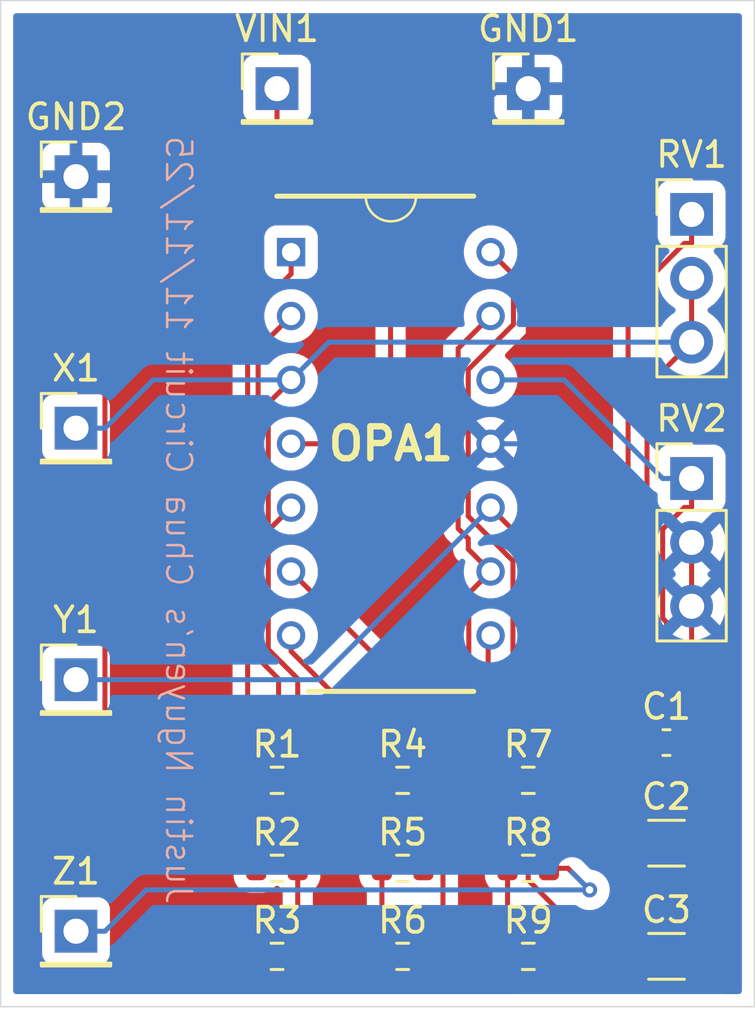
<source format=kicad_pcb>
(kicad_pcb (version 20241229) (generator "pcbnew") (generator_version "9.0")
  (layers (0 "F.Cu" signal) (2 "B.Cu" signal) (13 "F.Paste" user) (15 "B.Paste" user) (5 "F.SilkS" user "F.Silkscreen") (7 "B.SilkS" user "B.Silkscreen") (1 "F.Mask" user) (3 "B.Mask" user) (25 "Edge.Cuts" user))
  (net 0 "")
  (net 1 "Net-(OPA1A--)")
  (net 2 "GND")
  (net 3 "Net-(C3-Pad1)")
  (net 4 "VCC")
  (net 5 "Net-(OPA1-Pad7)")
  (net 6 "Net-(OPA1-Pad1)")
  (net 7 "Net-(OPA1-Pad14)")
  (net 8 "Net-(OPA1A-+)")
  (net 9 "Net-(OPA1D-+)")
  (net 10 "Net-(OPA1C--)")
  (net 11 "Net-(OPA1B--)")
  (net 12 "Net-(OPA1C-+)")
  (footprint "Resistor_SMD:R_0603_1608Metric" (layer "F.Cu") (at 139 119.5)
    (property "Reference" "R5" (at 0 -1.43 0) (layer "F.SilkS"))
    (property "Value" "22K")
    (fp_line (start -0.237258 -0.5225) (end 0.237258 -0.5225) (stroke (width 0.12)) (layer "F.SilkS"))
    (fp_line (start -0.237258 0.5225) (end 0.237258 0.5225) (stroke (width 0.12)) (layer "F.SilkS"))
    (pad "1" smd roundrect (at -0.825 0) (size 0.8 0.95) (layers "F.Cu" "F.Mask" "F.Paste") (net 11 "Net-(OPA1B--)"))
    (pad "2" smd roundrect (at 0.825 0) (size 0.8 0.95) (layers "F.Cu" "F.Mask" "F.Paste") (net 5 "Net-(OPA1-Pad7)"))
  )
  (footprint "Resistor_SMD:R_0603_1608Metric" (layer "F.Cu") (at 139 116)
    (property "Reference" "R4" (at 0 -1.43 0) (layer "F.SilkS"))
    (property "Value" "22K")
    (fp_line (start -0.237258 -0.5225) (end 0.237258 -0.5225) (stroke (width 0.12)) (layer "F.SilkS"))
    (fp_line (start -0.237258 0.5225) (end 0.237258 0.5225) (stroke (width 0.12)) (layer "F.SilkS"))
    (pad "1" smd roundrect (at -0.825 0) (size 0.8 0.95) (layers "F.Cu" "F.Mask" "F.Paste") (net 8 "Net-(OPA1A-+)"))
    (pad "2" smd roundrect (at 0.825 0) (size 0.8 0.95) (layers "F.Cu" "F.Mask" "F.Paste") (net 5 "Net-(OPA1-Pad7)"))
  )
  (footprint "Resistor_SMD:R_0603_1608Metric" (layer "F.Cu") (at 139 123)
    (property "Reference" "R6" (at 0 -1.43 0) (layer "F.SilkS"))
    (property "Value" "3.3K")
    (fp_line (start -0.237258 -0.5225) (end 0.237258 -0.5225) (stroke (width 0.12)) (layer "F.SilkS"))
    (fp_line (start -0.237258 0.5225) (end 0.237258 0.5225) (stroke (width 0.12)) (layer "F.SilkS"))
    (pad "1" smd roundrect (at -0.825 0) (size 0.8 0.95) (layers "F.Cu" "F.Mask" "F.Paste") (net 2 "GND"))
    (pad "2" smd roundrect (at 0.825 0) (size 0.8 0.95) (layers "F.Cu" "F.Mask" "F.Paste") (net 11 "Net-(OPA1B--)"))
  )
  (footprint "SamacSys_Parts:TL084" (layer "F.Cu") (at 138.53 102.62)
    (property "Reference" "OPA1" (at 0 0 0) (layer "F.SilkS") (effects (font (size 1.27 1.27) (thickness 0.254))))
    (property "Value" "TL084" (hide yes))
    (fp_line (start -4.535 -9.845) (end 3.3 -9.845) (stroke (width 0.2)) (layer "F.SilkS"))
    (fp_line (start -3.3 9.845) (end 3.3 9.845) (stroke (width 0.2)) (layer "F.SilkS"))
    (fp_arc (start 1 -9.845) (mid 0 -8.845) (end -1 -9.845) (stroke (width 0.1)) (layer "F.SilkS"))
    (pad "1" thru_hole rect (at -3.97 -7.62) (size 1.13 1.13) (drill 0.73) (layers "*.Cu" "*.Mask") (net 6 "Net-(OPA1-Pad1)"))
    (pad "2" thru_hole circle (at -3.97 -5.08) (size 1.13 1.13) (drill 0.73) (layers "*.Cu" "*.Mask") (net 1 "Net-(OPA1A--)"))
    (pad "3" thru_hole circle (at -3.97 -2.54) (size 1.13 1.13) (drill 0.73) (layers "*.Cu" "*.Mask") (net 8 "Net-(OPA1A-+)"))
    (pad "4" thru_hole circle (at -3.97 0) (size 1.13 1.13) (drill 0.73) (layers "*.Cu" "*.Mask") (net 4 "VCC"))
    (pad "5" thru_hole circle (at -3.97 2.54) (size 1.13 1.13) (drill 0.73) (layers "*.Cu" "*.Mask") (net 8 "Net-(OPA1A-+)"))
    (pad "6" thru_hole circle (at -3.97 5.08) (size 1.13 1.13) (drill 0.73) (layers "*.Cu" "*.Mask") (net 11 "Net-(OPA1B--)"))
    (pad "7" thru_hole circle (at -3.97 7.62) (size 1.13 1.13) (drill 0.73) (layers "*.Cu" "*.Mask") (net 5 "Net-(OPA1-Pad7)"))
    (pad "8" thru_hole circle (at 3.97 7.62) (size 1.13 1.13) (drill 0.73) (layers "*.Cu" "*.Mask") (net 3 "Net-(C3-Pad1)"))
    (pad "9" thru_hole circle (at 3.97 5.08) (size 1.13 1.13) (drill 0.73) (layers "*.Cu" "*.Mask") (net 10 "Net-(OPA1C--)"))
    (pad "10" thru_hole circle (at 3.97 2.54) (size 1.13 1.13) (drill 0.73) (layers "*.Cu" "*.Mask") (net 12 "Net-(OPA1C-+)"))
    (pad "11" thru_hole circle (at 3.97 0) (size 1.13 1.13) (drill 0.73) (layers "*.Cu" "*.Mask") (net 2 "GND"))
    (pad "12" thru_hole circle (at 3.97 -2.54) (size 1.13 1.13) (drill 0.73) (layers "*.Cu" "*.Mask") (net 9 "Net-(OPA1D-+)"))
    (pad "13" thru_hole circle (at 3.97 -5.08) (size 1.13 1.13) (drill 0.73) (layers "*.Cu" "*.Mask") (net 10 "Net-(OPA1C--)"))
    (pad "14" thru_hole circle (at 3.97 -7.62) (size 1.13 1.13) (drill 0.73) (layers "*.Cu" "*.Mask") (net 7 "Net-(OPA1-Pad14)"))
  )
  (footprint "Capacitor_SMD:C_1206_3216Metric" (layer "F.Cu") (at 149.5 118.5)
    (property "Reference" "C2" (at 0 -1.85 0) (layer "F.SilkS"))
    (property "Value" "100nF")
    (fp_line (start -0.711252 -0.91) (end 0.711252 -0.91) (stroke (width 0.12)) (layer "F.SilkS"))
    (fp_line (start -0.711252 0.91) (end 0.711252 0.91) (stroke (width 0.12)) (layer "F.SilkS"))
    (pad "1" smd roundrect (at -1.475 0) (size 1.15 1.8) (layers "F.Cu" "F.Mask" "F.Paste") (roundrect_rratio 0.217391) (net 12 "Net-(OPA1C-+)"))
    (pad "2" smd roundrect (at 1.475 0) (size 1.15 1.8) (layers "F.Cu" "F.Mask" "F.Paste") (roundrect_rratio 0.217391) (net 2 "GND"))
  )
  (footprint "Connector_PinHeader_2.54mm:PinHeader_1x01_P2.54mm_Vertical" (layer "F.Cu") (at 144 88.5)
    (property "Reference" "GND1" (at 0 -2.38 0) (layer "F.SilkS"))
    (property "Value" "Male_Header_1x1")
    (fp_line (start -1.38 -1.38) (end 0 -1.38) (stroke (width 0.12)) (layer "F.SilkS"))
    (fp_line (start -1.38 0) (end -1.38 -1.38) (stroke (width 0.12)) (layer "F.SilkS"))
    (fp_line (start -1.38 1.27) (end -1.38 1.38) (stroke (width 0.12)) (layer "F.SilkS"))
    (fp_line (start -1.38 1.27) (end 1.38 1.27) (stroke (width 0.12)) (layer "F.SilkS"))
    (fp_line (start -1.38 1.38) (end 1.38 1.38) (stroke (width 0.12)) (layer "F.SilkS"))
    (fp_line (start 1.38 1.27) (end 1.38 1.38) (stroke (width 0.12)) (layer "F.SilkS"))
    (pad "1" thru_hole rect (at 0 0) (size 1.7 1.7) (drill 1) (layers "*.Cu" "*.Mask") (net 2 "GND"))
  )
  (footprint "Resistor_SMD:R_0603_1608Metric" (layer "F.Cu") (at 144 123)
    (property "Reference" "R9" (at 0 -1.43 0) (layer "F.SilkS"))
    (property "Value" "1K")
    (fp_line (start -0.237258 -0.5225) (end 0.237258 -0.5225) (stroke (width 0.12)) (layer "F.SilkS"))
    (fp_line (start -0.237258 0.5225) (end 0.237258 0.5225) (stroke (width 0.12)) (layer "F.SilkS"))
    (pad "1" smd roundrect (at -0.825 0) (size 0.8 0.95) (layers "F.Cu" "F.Mask" "F.Paste") (net 3 "Net-(C3-Pad1)"))
    (pad "2" smd roundrect (at 0.825 0) (size 0.8 0.95) (layers "F.Cu" "F.Mask" "F.Paste") (net 10 "Net-(OPA1C--)"))
  )
  (footprint "Connector_PinHeader_2.54mm:PinHeader_1x03_P2.54mm_Vertical" (layer "F.Cu") (at 150.5 93.5)
    (property "Reference" "RV1" (at 0 -2.38 0) (layer "F.SilkS"))
    (property "Value" "5K")
    (fp_line (start -1.38 -1.38) (end 0 -1.38) (stroke (width 0.12)) (layer "F.SilkS"))
    (fp_line (start -1.38 0) (end -1.38 -1.38) (stroke (width 0.12)) (layer "F.SilkS"))
    (fp_line (start -1.38 1.27) (end -1.38 6.46) (stroke (width 0.12)) (layer "F.SilkS"))
    (fp_line (start -1.38 1.27) (end 1.38 1.27) (stroke (width 0.12)) (layer "F.SilkS"))
    (fp_line (start -1.38 6.46) (end 1.38 6.46) (stroke (width 0.12)) (layer "F.SilkS"))
    (fp_line (start 1.38 1.27) (end 1.38 6.46) (stroke (width 0.12)) (layer "F.SilkS"))
    (pad "1" thru_hole rect (at 0 0) (size 1.7 1.7) (drill 1) (layers "*.Cu" "*.Mask") (net 12 "Net-(OPA1C-+)"))
    (pad "2" thru_hole circle (at 0 2.54) (size 1.7 1.7) (drill 1) (layers "*.Cu" "*.Mask") (net 8 "Net-(OPA1A-+)"))
    (pad "3" thru_hole circle (at 0 5.08) (size 1.7 1.7) (drill 1) (layers "*.Cu" "*.Mask") (net 8 "Net-(OPA1A-+)"))
  )
  (footprint "Connector_PinHeader_2.54mm:PinHeader_1x01_P2.54mm_Vertical" (layer "F.Cu") (at 126 112)
    (property "Reference" "Y1" (at 0 -2.38 0) (layer "F.SilkS"))
    (property "Value" "TP2")
    (fp_line (start -1.38 -1.38) (end 0 -1.38) (stroke (width 0.12)) (layer "F.SilkS"))
    (fp_line (start -1.38 0) (end -1.38 -1.38) (stroke (width 0.12)) (layer "F.SilkS"))
    (fp_line (start -1.38 1.27) (end -1.38 1.38) (stroke (width 0.12)) (layer "F.SilkS"))
    (fp_line (start -1.38 1.27) (end 1.38 1.27) (stroke (width 0.12)) (layer "F.SilkS"))
    (fp_line (start -1.38 1.38) (end 1.38 1.38) (stroke (width 0.12)) (layer "F.SilkS"))
    (fp_line (start 1.38 1.27) (end 1.38 1.38) (stroke (width 0.12)) (layer "F.SilkS"))
    (pad "1" thru_hole rect (at 0 0) (size 1.7 1.7) (drill 1) (layers "*.Cu" "*.Mask") (net 12 "Net-(OPA1C-+)"))
  )
  (footprint "Connector_PinHeader_2.54mm:PinHeader_1x01_P2.54mm_Vertical" (layer "F.Cu") (at 126 92)
    (property "Reference" "GND2" (at 0 -2.38 0) (layer "F.SilkS"))
    (property "Value" "TP4")
    (fp_line (start -1.38 -1.38) (end 0 -1.38) (stroke (width 0.12)) (layer "F.SilkS"))
    (fp_line (start -1.38 0) (end -1.38 -1.38) (stroke (width 0.12)) (layer "F.SilkS"))
    (fp_line (start -1.38 1.27) (end -1.38 1.38) (stroke (width 0.12)) (layer "F.SilkS"))
    (fp_line (start -1.38 1.27) (end 1.38 1.27) (stroke (width 0.12)) (layer "F.SilkS"))
    (fp_line (start -1.38 1.38) (end 1.38 1.38) (stroke (width 0.12)) (layer "F.SilkS"))
    (fp_line (start 1.38 1.27) (end 1.38 1.38) (stroke (width 0.12)) (layer "F.SilkS"))
    (pad "1" thru_hole rect (at 0 0) (size 1.7 1.7) (drill 1) (layers "*.Cu" "*.Mask") (net 2 "GND"))
  )
  (footprint "Capacitor_SMD:C_0603_1608Metric" (layer "F.Cu") (at 149.5 114.5)
    (property "Reference" "C1" (at 0 -1.43 0) (layer "F.SilkS"))
    (property "Value" "10nF")
    (fp_line (start -0.14058 -0.51) (end 0.14058 -0.51) (stroke (width 0.12)) (layer "F.SilkS"))
    (fp_line (start -0.14058 0.51) (end 0.14058 0.51) (stroke (width 0.12)) (layer "F.SilkS"))
    (pad "1" smd roundrect (at -0.775 0) (size 0.9 0.95) (layers "F.Cu" "F.Mask" "F.Paste") (net 8 "Net-(OPA1A-+)"))
    (pad "2" smd roundrect (at 0.775 0) (size 0.9 0.95) (layers "F.Cu" "F.Mask" "F.Paste") (net 2 "GND"))
  )
  (footprint "Resistor_SMD:R_0603_1608Metric" (layer "F.Cu") (at 144 116)
    (property "Reference" "R7" (at 0 -1.43 0) (layer "F.SilkS"))
    (property "Value" "100")
    (fp_line (start -0.237258 -0.5225) (end 0.237258 -0.5225) (stroke (width 0.12)) (layer "F.SilkS"))
    (fp_line (start -0.237258 0.5225) (end 0.237258 0.5225) (stroke (width 0.12)) (layer "F.SilkS"))
    (pad "1" smd roundrect (at -0.825 0) (size 0.8 0.95) (layers "F.Cu" "F.Mask" "F.Paste") (net 7 "Net-(OPA1-Pad14)"))
    (pad "2" smd roundrect (at 0.825 0) (size 0.8 0.95) (layers "F.Cu" "F.Mask" "F.Paste") (net 12 "Net-(OPA1C-+)"))
  )
  (footprint "Resistor_SMD:R_0603_1608Metric" (layer "F.Cu") (at 144 119.5)
    (property "Reference" "R8" (at 0 -1.43 0) (layer "F.SilkS"))
    (property "Value" "1K")
    (fp_line (start -0.237258 -0.5225) (end 0.237258 -0.5225) (stroke (width 0.12)) (layer "F.SilkS"))
    (fp_line (start -0.237258 0.5225) (end 0.237258 0.5225) (stroke (width 0.12)) (layer "F.SilkS"))
    (pad "1" smd roundrect (at -0.825 0) (size 0.8 0.95) (layers "F.Cu" "F.Mask" "F.Paste") (net 10 "Net-(OPA1C--)"))
    (pad "2" smd roundrect (at 0.825 0) (size 0.8 0.95) (layers "F.Cu" "F.Mask" "F.Paste") (net 7 "Net-(OPA1-Pad14)"))
  )
  (footprint "Connector_PinHeader_2.54mm:PinHeader_1x03_P2.54mm_Vertical" (layer "F.Cu") (at 150.5 104)
    (property "Reference" "RV2" (at 0 -2.38 0) (layer "F.SilkS"))
    (property "Value" "5k")
    (fp_line (start -1.38 -1.38) (end 0 -1.38) (stroke (width 0.12)) (layer "F.SilkS"))
    (fp_line (start -1.38 0) (end -1.38 -1.38) (stroke (width 0.12)) (layer "F.SilkS"))
    (fp_line (start -1.38 1.27) (end -1.38 6.46) (stroke (width 0.12)) (layer "F.SilkS"))
    (fp_line (start -1.38 1.27) (end 1.38 1.27) (stroke (width 0.12)) (layer "F.SilkS"))
    (fp_line (start -1.38 6.46) (end 1.38 6.46) (stroke (width 0.12)) (layer "F.SilkS"))
    (fp_line (start 1.38 1.27) (end 1.38 6.46) (stroke (width 0.12)) (layer "F.SilkS"))
    (pad "1" thru_hole rect (at 0 0) (size 1.7 1.7) (drill 1) (layers "*.Cu" "*.Mask") (net 9 "Net-(OPA1D-+)"))
    (pad "2" thru_hole circle (at 0 2.54) (size 1.7 1.7) (drill 1) (layers "*.Cu" "*.Mask") (net 2 "GND"))
    (pad "3" thru_hole circle (at 0 5.08) (size 1.7 1.7) (drill 1) (layers "*.Cu" "*.Mask") (net 2 "GND"))
  )
  (footprint "Connector_PinHeader_2.54mm:PinHeader_1x01_P2.54mm_Vertical" (layer "F.Cu") (at 134 88.5)
    (property "Reference" "VIN1" (at 0 -2.38 0) (layer "F.SilkS"))
    (property "Value" "Male_Header_1x1")
    (fp_line (start -1.38 -1.38) (end 0 -1.38) (stroke (width 0.12)) (layer "F.SilkS"))
    (fp_line (start -1.38 0) (end -1.38 -1.38) (stroke (width 0.12)) (layer "F.SilkS"))
    (fp_line (start -1.38 1.27) (end -1.38 1.38) (stroke (width 0.12)) (layer "F.SilkS"))
    (fp_line (start -1.38 1.27) (end 1.38 1.27) (stroke (width 0.12)) (layer "F.SilkS"))
    (fp_line (start -1.38 1.38) (end 1.38 1.38) (stroke (width 0.12)) (layer "F.SilkS"))
    (fp_line (start 1.38 1.27) (end 1.38 1.38) (stroke (width 0.12)) (layer "F.SilkS"))
    (pad "1" thru_hole rect (at 0 0) (size 1.7 1.7) (drill 1) (layers "*.Cu" "*.Mask") (net 4 "VCC"))
  )
  (footprint "Resistor_SMD:R_0603_1608Metric" (layer "F.Cu") (at 134 119.5)
    (property "Reference" "R2" (at 0 -1.43 0) (layer "F.SilkS"))
    (property "Value" "220")
    (fp_line (start -0.237258 -0.5225) (end 0.237258 -0.5225) (stroke (width 0.12)) (layer "F.SilkS"))
    (fp_line (start -0.237258 0.5225) (end 0.237258 0.5225) (stroke (width 0.12)) (layer "F.SilkS"))
    (pad "1" smd roundrect (at -0.825 0) (size 0.8 0.95) (layers "F.Cu" "F.Mask" "F.Paste") (net 6 "Net-(OPA1-Pad1)"))
    (pad "2" smd roundrect (at 0.825 0) (size 0.8 0.95) (layers "F.Cu" "F.Mask" "F.Paste") (net 1 "Net-(OPA1A--)"))
  )
  (footprint "Capacitor_SMD:C_1206_3216Metric" (layer "F.Cu") (at 149.5 123)
    (property "Reference" "C3" (at 0 -1.85 0) (layer "F.SilkS"))
    (property "Value" "100nF")
    (fp_line (start -0.711252 -0.91) (end 0.711252 -0.91) (stroke (width 0.12)) (layer "F.SilkS"))
    (fp_line (start -0.711252 0.91) (end 0.711252 0.91) (stroke (width 0.12)) (layer "F.SilkS"))
    (pad "1" smd roundrect (at -1.475 0) (size 1.15 1.8) (layers "F.Cu" "F.Mask" "F.Paste") (roundrect_rratio 0.217391) (net 3 "Net-(C3-Pad1)"))
    (pad "2" smd roundrect (at 1.475 0) (size 1.15 1.8) (layers "F.Cu" "F.Mask" "F.Paste") (roundrect_rratio 0.217391) (net 9 "Net-(OPA1D-+)"))
  )
  (footprint "Resistor_SMD:R_0603_1608Metric" (layer "F.Cu") (at 134 123)
    (property "Reference" "R3" (at 0 -1.43 0) (layer "F.SilkS"))
    (property "Value" "2.2K")
    (fp_line (start -0.237258 -0.5225) (end 0.237258 -0.5225) (stroke (width 0.12)) (layer "F.SilkS"))
    (fp_line (start -0.237258 0.5225) (end 0.237258 0.5225) (stroke (width 0.12)) (layer "F.SilkS"))
    (pad "1" smd roundrect (at -0.825 0) (size 0.8 0.95) (layers "F.Cu" "F.Mask" "F.Paste") (net 2 "GND"))
    (pad "2" smd roundrect (at 0.825 0) (size 0.8 0.95) (layers "F.Cu" "F.Mask" "F.Paste") (net 1 "Net-(OPA1A--)"))
  )
  (footprint "Connector_PinHeader_2.54mm:PinHeader_1x01_P2.54mm_Vertical" (layer "F.Cu") (at 126 122)
    (property "Reference" "Z1" (at 0 -2.38 0) (layer "F.SilkS"))
    (property "Value" "TP1")
    (fp_line (start -1.38 -1.38) (end 0 -1.38) (stroke (width 0.12)) (layer "F.SilkS"))
    (fp_line (start -1.38 0) (end -1.38 -1.38) (stroke (width 0.12)) (layer "F.SilkS"))
    (fp_line (start -1.38 1.27) (end -1.38 1.38) (stroke (width 0.12)) (layer "F.SilkS"))
    (fp_line (start -1.38 1.27) (end 1.38 1.27) (stroke (width 0.12)) (layer "F.SilkS"))
    (fp_line (start -1.38 1.38) (end 1.38 1.38) (stroke (width 0.12)) (layer "F.SilkS"))
    (fp_line (start 1.38 1.27) (end 1.38 1.38) (stroke (width 0.12)) (layer "F.SilkS"))
    (pad "1" thru_hole rect (at 0 0) (size 1.7 1.7) (drill 1) (layers "*.Cu" "*.Mask") (net 7 "Net-(OPA1-Pad14)"))
  )
  (footprint "Resistor_SMD:R_0603_1608Metric" (layer "F.Cu") (at 134 116)
    (property "Reference" "R1" (at 0 -1.43 0) (layer "F.SilkS"))
    (property "Value" "220")
    (fp_line (start -0.237258 -0.5225) (end 0.237258 -0.5225) (stroke (width 0.12)) (layer "F.SilkS"))
    (fp_line (start -0.237258 0.5225) (end 0.237258 0.5225) (stroke (width 0.12)) (layer "F.SilkS"))
    (pad "1" smd roundrect (at -0.825 0) (size 0.8 0.95) (layers "F.Cu" "F.Mask" "F.Paste") (net 6 "Net-(OPA1-Pad1)"))
    (pad "2" smd roundrect (at 0.825 0) (size 0.8 0.95) (layers "F.Cu" "F.Mask" "F.Paste") (net 8 "Net-(OPA1A-+)"))
  )
  (footprint "Connector_PinHeader_2.54mm:PinHeader_1x01_P2.54mm_Vertical" (layer "F.Cu") (at 126 102)
    (property "Reference" "X1" (at 0 -2.38 0) (layer "F.SilkS"))
    (property "Value" "TP3")
    (fp_line (start -1.38 -1.38) (end 0 -1.38) (stroke (width 0.12)) (layer "F.SilkS"))
    (fp_line (start -1.38 0) (end -1.38 -1.38) (stroke (width 0.12)) (layer "F.SilkS"))
    (fp_line (start -1.38 1.27) (end -1.38 1.38) (stroke (width 0.12)) (layer "F.SilkS"))
    (fp_line (start -1.38 1.27) (end 1.38 1.27) (stroke (width 0.12)) (layer "F.SilkS"))
    (fp_line (start -1.38 1.38) (end 1.38 1.38) (stroke (width 0.12)) (layer "F.SilkS"))
    (fp_line (start 1.38 1.27) (end 1.38 1.38) (stroke (width 0.12)) (layer "F.SilkS"))
    (pad "1" thru_hole rect (at 0 0) (size 1.7 1.7) (drill 1) (layers "*.Cu" "*.Mask") (net 8 "Net-(OPA1A-+)"))
  )
  (gr_line (start 138.53 102.62) (end 134.5 102.62) (stroke (width 0.2)) (layer "F.Cu") (net 4))
  (gr_line (start 133.6516 101) (end 134.571846 100.100877) (stroke (width 0.2)) (layer "F.Cu") (net 8))
  (gr_line (start 134 91) (end 138.5 91) (stroke (width 0.2)) (layer "F.Cu") (net 4))
  (gr_line (start 134 88.5) (end 134 91) (stroke (width 0.2)) (layer "F.Cu") (net 4))
  (gr_line (start 133.6516 106.0684) (end 133.6516 101) (stroke (width 0.2)) (layer "F.Cu") (net 8))
  (gr_line (start 138.5 91) (end 138.53 102.62) (stroke (width 0.2)) (layer "F.Cu") (net 4))
  (gr_line (start 153 125) (end 123 125) (stroke (width 0.05)) (layer "Edge.Cuts"))
  (gr_line (start 153 85) (end 153 125) (stroke (width 0.05)) (layer "Edge.Cuts"))
  (gr_line (start 123 85) (end 153 85) (stroke (width 0.05)) (layer "Edge.Cuts"))
  (gr_line (start 123 125) (end 123 85) (stroke (width 0.05)) (layer "Edge.Cuts"))
  (gr_text "Justin Nguyen's Chua Circuit 11/11/25" (at 129.5 121 270) (layer "B.SilkS") (effects (font (size 1 1) (thickness 0.1)) (justify left bottom mirror)))
  (segment (start 134.56 97.54) (end 133.2484 98.8516) (width 0.2) (layer "F.Cu") (net 1))
  (segment (start 133.2484 111.1552) (end 133.5767 111.4835) (width 0.2) (layer "F.Cu") (net 1))
  (segment (start 133.2484 98.8516) (end 133.2484 111.1552) (width 0.2) (layer "F.Cu") (net 1))
  (segment (start 134.0621 111.9689) (end 134.0621 118.7371) (width 0.2) (layer "F.Cu") (net 1))
  (segment (start 133.6501 111.5569) (end 134.0621 111.9689) (width 0.2) (layer "F.Cu") (net 1))
  (segment (start 134.0621 118.7371) (end 134.825 119.5) (width 0.2) (layer "F.Cu") (net 1))
  (segment (start 133.5767 111.4835) (end 133.6501 111.5569) (width 0.2) (layer "F.Cu") (net 1))
  (segment (start 133.5767 111.4835) (end 133.6501 111.5569) (width 0.2) (layer "F.Cu") (net 1))
  (segment (start 134.825 123) (end 134.825 119.5) (width 0.2) (layer "F.Cu") (net 1))
  (segment (start 142.5 102.62) (end 144 101.12) (width 0.2) (layer "F.Cu") (net 2))
  (segment (start 150.4416 115.3016) (end 150.5 115.2432) (width 0.2) (layer "F.Cu") (net 2))
  (segment (start 150.275 115.3016) (end 150.4416 115.3016) (width 0.2) (layer "F.Cu") (net 2))
  (segment (start 150.5 115.2432) (end 150.5 109.08) (width 0.2) (layer "F.Cu") (net 2))
  (segment (start 126 92) (end 126 93.1517) (width 0.2) (layer "F.Cu") (net 2))
  (segment (start 133.9535 123.7785) (end 137.3965 123.7785) (width 0.2) (layer "F.Cu") (net 2))
  (segment (start 133.175 123) (end 133.9535 123.7785) (width 0.2) (layer "F.Cu") (net 2))
  (segment (start 150.5 106.54) (end 150.5 109.08) (width 0.2) (layer "F.Cu") (net 2))
  (segment (start 150.975 118.5) (end 150.4416 117.9666) (width 0.2) (layer "F.Cu") (net 2))
  (segment (start 127.1517 94.3034) (end 127.1517 116.9767) (width 0.2) (layer "F.Cu") (net 2))
  (segment (start 126 93.1517) (end 127.1517 94.3034) (width 0.2) (layer "F.Cu") (net 2))
  (segment (start 150.4416 117.9666) (end 150.4416 115.3016) (width 0.2) (layer "F.Cu") (net 2))
  (segment (start 127.1517 116.9767) (end 133.175 123) (width 0.2) (layer "F.Cu") (net 2))
  (segment (start 150.275 115.3016) (end 150.275 114.5) (width 0.2) (layer "F.Cu") (net 2))
  (segment (start 137.3965 123.7785) (end 138.175 123) (width 0.2) (layer "F.Cu") (net 2))
  (segment (start 144 101.12) (end 144 88.5) (width 0.2) (layer "F.Cu") (net 2))
  (segment (start 144 88.5) (end 142.8483 88.5) (width 0.2) (layer "B.Cu") (net 2))
  (segment (start 142.5 102.62) (end 146.58 102.62) (width 0.2) (layer "B.Cu") (net 2))
  (segment (start 139.3483 92) (end 142.8483 88.5) (width 0.2) (layer "B.Cu") (net 2))
  (segment (start 146.58 102.62) (end 150.5 106.54) (width 0.2) (layer "B.Cu") (net 2))
  (segment (start 126 92) (end 139.3483 92) (width 0.2) (layer "B.Cu") (net 2))
  (segment (start 145.5275 123.4884) (end 145.2346 123.7813) (width 0.2) (layer "F.Cu") (net 3))
  (segment (start 142.5 110.24) (end 142.403 110.337) (width 0.2) (layer "F.Cu") (net 3))
  (segment (start 143.9963 118.007) (end 143.9963 119.9694) (width 0.2) (layer "F.Cu") (net 3))
  (segment (start 143.9563 123.7813) (end 143.175 123) (width 0.2) (layer "F.Cu") (net 3))
  (segment (start 145.5275 121.5006) (end 145.5275 123) (width 0.2) (layer "F.Cu") (net 3))
  (segment (start 145.5275 123) (end 145.5275 123.4884) (width 0.2) (layer "F.Cu") (net 3))
  (segment (start 142.403 110.337) (end 142.403 116.4137) (width 0.2) (layer "F.Cu") (net 3))
  (segment (start 148.025 123) (end 145.5275 123) (width 0.2) (layer "F.Cu") (net 3))
  (segment (start 142.403 116.4137) (end 143.9963 118.007) (width 0.2) (layer "F.Cu") (net 3))
  (segment (start 145.2346 123.7813) (end 143.9563 123.7813) (width 0.2) (layer "F.Cu") (net 3))
  (segment (start 143.9963 119.9694) (end 145.5275 121.5006) (width 0.2) (layer "F.Cu") (net 3))
  (segment (start 139.825 117.0664) (end 139.825 116.1356) (width 0.2) (layer "F.Cu") (net 5))
  (segment (start 139.825 116) (end 139.825 117.0664) (width 0.2) (layer "F.Cu") (net 5))
  (segment (start 134.56 110.8706) (end 134.56 110.24) (width 0.2) (layer "F.Cu") (net 5))
  (segment (start 139.825 117.0664) (end 139.825 119.5) (width 0.2) (layer "F.Cu") (net 5))
  (segment (start 139.825 116.1356) (end 134.56 110.8706) (width 0.2) (layer "F.Cu") (net 5))
  (segment (start 132.8304 115.6554) (end 133.175 116) (width 0.2) (layer "F.Cu") (net 6))
  (segment (start 132.8304 97.5963) (end 132.8304 115.6554) (width 0.2) (layer "F.Cu") (net 6))
  (segment (start 134.56 95) (end 134.56 95.8667) (width 0.2) (layer "F.Cu") (net 6))
  (segment (start 133.175 119.5) (end 133.175 116) (width 0.2) (layer "F.Cu") (net 6))
  (segment (start 134.56 95.8667) (end 132.8304 97.5963) (width 0.2) (layer "F.Cu") (net 6))
  (segment (start 143.3904 107.2778) (end 143.3904 115.7846) (width 0.2) (layer "F.Cu") (net 7))
  (segment (start 143.4106 97.8708) (end 141.6103 99.6711) (width 0.2) (layer "F.Cu") (net 7))
  (segment (start 143.3904 115.7846) (end 143.175 116) (width 0.2) (layer "F.Cu") (net 7))
  (segment (start 145.7422 119.6609) (end 146.4392 120.3579) (width 0.2) (layer "F.Cu") (net 7))
  (segment (start 146.4392 120.3579) (end 145.7422 119.6609) (width 0.2) (layer "F.Cu") (net 7))
  (segment (start 142.5 95) (end 143.4106 95.9106) (width 0.2) (layer "F.Cu") (net 7))
  (segment (start 144.825 119.5) (end 144.825 117.65) (width 0.2) (layer "F.Cu") (net 7))
  (segment (start 145.5813 119.5) (end 146.4392 120.3579) (width 0.2) (layer "F.Cu") (net 7))
  (segment (start 141.6103 105.4977) (end 143.3904 107.2778) (width 0.2) (layer "F.Cu") (net 7))
  (segment (start 144.825 117.65) (end 143.175 116) (width 0.2) (layer "F.Cu") (net 7))
  (segment (start 143.4106 95.9106) (end 143.4106 97.8708) (width 0.2) (layer "F.Cu") (net 7))
  (segment (start 141.6103 99.6711) (end 141.6103 105.4977) (width 0.2) (layer "F.Cu") (net 7))
  (segment (start 144.825 119.5) (end 145.5813 119.5) (width 0.2) (layer "F.Cu") (net 7))
  (via (at 146.4392 120.3579) (size 0.6) (drill 0.3) (layers "F.Cu" "B.Cu") (net 7))
  (segment (start 145.7422 119.6609) (end 146.4392 120.3579) (width 0.2) (layer "B.Cu") (net 7))
  (segment (start 126 122) (end 127.1517 122) (width 0.2) (layer "B.Cu") (net 7))
  (segment (start 146.4392 120.3579) (end 128.7938 120.3579) (width 0.2) (layer "B.Cu") (net 7))
  (segment (start 146.4392 120.3579) (end 145.7422 119.6609) (width 0.2) (layer "B.Cu") (net 7))
  (segment (start 128.7938 120.3579) (end 127.1517 122) (width 0.2) (layer "B.Cu") (net 7))
  (segment (start 150.5 98.58) (end 148.725 100.355) (width 0.2) (layer "F.Cu") (net 8))
  (segment (start 134.56 105.16) (end 133.6516 106.0684) (width 0.2) (layer "F.Cu") (net 8))
  (segment (start 133.6516 106.0684) (end 133.6516 110.7902) (width 0.2) (layer "F.Cu") (net 8))
  (segment (start 134.825 111.9636) (end 134.825 116) (width 0.2) (layer "F.Cu") (net 8))
  (segment (start 138.175 116) (end 134.825 116) (width 0.2) (layer "F.Cu") (net 8))
  (segment (start 133.6516 110.7902) (end 134.825 111.9636) (width 0.2) (layer "F.Cu") (net 8))
  (segment (start 148.725 100.355) (end 148.725 114.5) (width 0.2) (layer "F.Cu") (net 8))
  (segment (start 150.5 98.58) (end 150.5 96.04) (width 0.2) (layer "F.Cu") (net 8))
  (segment (start 129.0717 100.08) (end 127.1517 102) (width 0.2) (layer "B.Cu") (net 8))
  (segment (start 150.5 98.58) (end 136.06 98.58) (width 0.2) (layer "B.Cu") (net 8))
  (segment (start 136.06 98.58) (end 134.56 100.08) (width 0.2) (layer "B.Cu") (net 8))
  (segment (start 134.56 100.08) (end 129.0717 100.08) (width 0.2) (layer "B.Cu") (net 8))
  (segment (start 126 102) (end 127.1517 102) (width 0.2) (layer "B.Cu") (net 8))
  (segment (start 150.212 105.1517) (end 150.5 105.1517) (width 0.2) (layer "F.Cu") (net 9))
  (segment (start 149.5 109.7087) (end 149.3483 109.557) (width 0.2) (layer "F.Cu") (net 9))
  (segment (start 149.3483 106.0154) (end 150.212 105.1517) (width 0.2) (layer "F.Cu") (net 9))
  (segment (start 150.5 104) (end 150.5 105.1517) (width 0.2) (layer "F.Cu") (net 9))
  (segment (start 150.975 123) (end 149.5 121.525) (width 0.2) (layer "F.Cu") (net 9))
  (segment (start 149.3483 109.557) (end 149.3483 106.0154) (width 0.2) (layer "F.Cu") (net 9))
  (segment (start 149.5 121.525) (end 149.5 109.7087) (width 0.2) (layer "F.Cu") (net 9))
  (segment (start 142.5 100.08) (end 145.4283 100.08) (width 0.2) (layer "B.Cu") (net 9))
  (segment (start 150.5 104) (end 149.3483 104) (width 0.2) (layer "B.Cu") (net 9))
  (segment (start 145.4283 100.08) (end 149.3483 104) (width 0.2) (layer "B.Cu") (net 9))
  (segment (start 141.6333 116.8399) (end 141.6333 108.5667) (width 0.2) (layer "F.Cu") (net 10))
  (segment (start 141.6103 106.8103) (end 142.5 107.7) (width 0.2) (layer "F.Cu") (net 10))
  (segment (start 141.6103 106.3932) (end 141.6103 106.8103) (width 0.2) (layer "F.Cu") (net 10))
  (segment (start 142.5 97.54) (end 141.2086 98.8314) (width 0.2) (layer "F.Cu") (net 10))
  (segment (start 141.444 106.2269) (end 141.6103 106.3932) (width 0.2) (layer "F.Cu") (net 10))
  (segment (start 141.6333 108.5667) (end 142.5 107.7) (width 0.2) (layer "F.Cu") (net 10))
  (segment (start 142.975 118.1816) (end 141.6333 116.8399) (width 0.2) (layer "F.Cu") (net 10))
  (segment (start 143.175 119.5) (end 143.175 120.425) (width 0.2) (layer "F.Cu") (net 10))
  (segment (start 141.444 106.2269) (end 141.6103 106.3932) (width 0.2) (layer "F.Cu") (net 10))
  (segment (start 143.175 120.425) (end 143.175 121.35) (width 0.2) (layer "F.Cu") (net 10))
  (segment (start 141.2086 98.8314) (end 141.2086 105.9915) (width 0.2) (layer "F.Cu") (net 10))
  (segment (start 143.175 121.35) (end 144.825 123) (width 0.2) (layer "F.Cu") (net 10))
  (segment (start 142.975 119.4434) (end 142.975 118.1816) (width 0.2) (layer "F.Cu") (net 10))
  (segment (start 143.175 119.6434) (end 142.975 119.4434) (width 0.2) (layer "F.Cu") (net 10))
  (segment (start 141.2086 105.9915) (end 141.444 106.2269) (width 0.2) (layer "F.Cu") (net 10))
  (segment (start 143.175 120.425) (end 143.175 119.6434) (width 0.2) (layer "F.Cu") (net 10))
  (segment (start 140.6041 113.7441) (end 134.56 107.7) (width 0.2) (layer "F.Cu") (net 11))
  (segment (start 139.825 123) (end 140.6041 122.2209) (width 0.2) (layer "F.Cu") (net 11))
  (segment (start 140.6041 122.2209) (end 140.6041 113.7441) (width 0.2) (layer "F.Cu") (net 11))
  (segment (start 138.175 119.5) (end 138.175 121.35) (width 0.2) (layer "F.Cu") (net 11))
  (segment (start 138.175 121.35) (end 139.825 123) (width 0.2) (layer "F.Cu") (net 11))
  (segment (start 144.825 116) (end 145.525 116) (width 0.2) (layer "F.Cu") (net 12))
  (segment (start 150.2121 94.6517) (end 147.9724 96.8914) (width 0.2) (layer "F.Cu") (net 12))
  (segment (start 144.825 116) (end 144.825 107.485) (width 0.2) (layer "F.Cu") (net 12))
  (segment (start 144.825 107.485) (end 142.5 105.16) (width 0.2) (layer "F.Cu") (net 12))
  (segment (start 147.9724 96.8914) (end 147.9724 118.4474) (width 0.2) (layer "F.Cu") (net 12))
  (segment (start 150.5 94.6517) (end 150.2121 94.6517) (width 0.2) (layer "F.Cu") (net 12))
  (segment (start 147.9739 118.4489) (end 148.025 118.5) (width 0.2) (layer "F.Cu") (net 12))
  (segment (start 150.5 93.5) (end 150.5 94.6517) (width 0.2) (layer "F.Cu") (net 12))
  (segment (start 145.525 116) (end 147.9739 118.4489) (width 0.2) (layer "F.Cu") (net 12))
  (segment (start 147.9724 118.4474) (end 147.9739 118.4489) (width 0.2) (layer "F.Cu") (net 12))
  (segment (start 135.66 112) (end 126 112) (width 0.2) (layer "B.Cu") (net 12))
  (segment (start 142.5 105.16) (end 135.66 112) (width 0.2) (layer "B.Cu") (net 12))
  (zone (net 2) (net_name "GND") (layers "F.Cu" "B.Cu") (connect_pads (clearance 0.5)) (min_thickness 0.25) (fill yes (thermal_gap 0.5) (thermal_bridge_width 0.5))
    (polygon (pts (xy 123 85) (xy 123 125) (xy 153 125) (xy 153 85)))
  )
)
</source>
